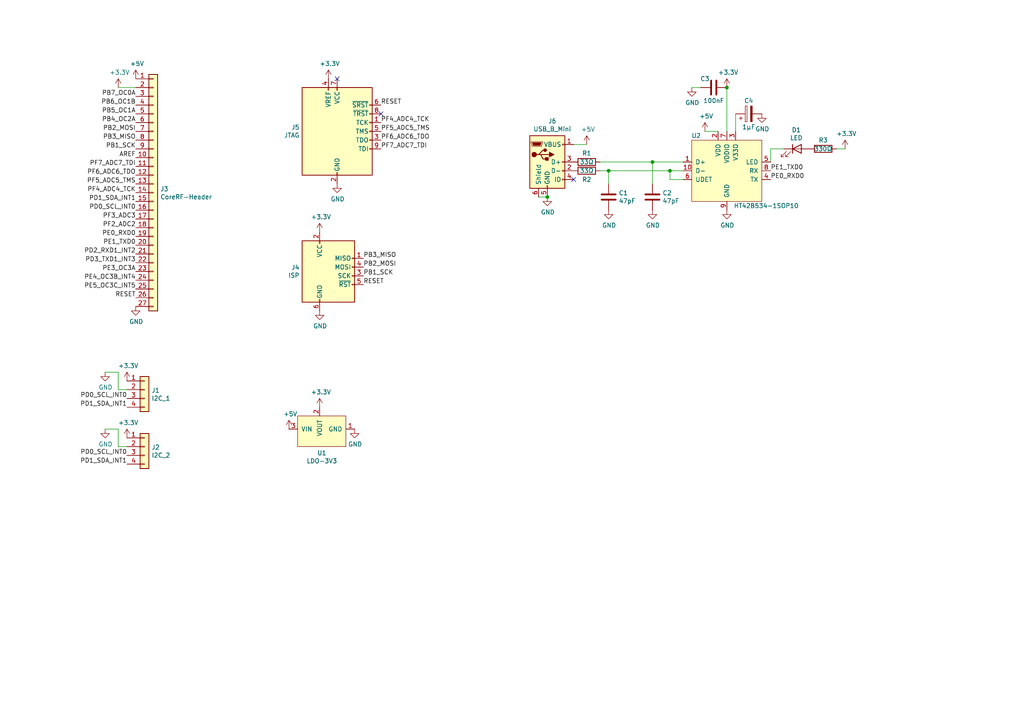
<source format=kicad_sch>
(kicad_sch (version 20230121) (generator eeschema)
  (paper "A4")
  (lib_symbols
    (symbol "Connector:AVR-ISP-6" (pin_names (offset 1.016))
      (property "Reference" "J" (at -6.35 11.43 0))
      (property "Value" "AVR-ISP-6" (at 0 11.43 0))
      (symbol "AVR-ISP-6_0_1"
        (rectangle (start -2.667 -6.858) (end -2.413 -7.62))
        (rectangle (start -2.667 10.16) (end -2.413 9.398))
        (rectangle (start 7.62 -2.413) (end 6.858 -2.667))
        (rectangle (start 7.62 0.127) (end 6.858 -0.127))
        (rectangle (start 7.62 2.667) (end 6.858 2.413))
        (rectangle (start 7.62 5.207) (end 6.858 4.953))
        (rectangle (start 7.62 10.16) (end -7.62 -7.62) (stroke (width 0.254)) (fill (type background)))
      )
      (symbol "AVR-ISP-6_1_1"
        (pin passive line (at 10.16 5.08 180) (length 2.54) (name "MISO") (number "1"))
        (pin passive line (at -2.54 12.7 270) (length 2.54) (name "VCC") (number "2"))
        (pin passive line (at 10.16 0 180) (length 2.54) (name "SCK") (number "3"))
        (pin passive line (at 10.16 2.54 180) (length 2.54) (name "MOSI") (number "4"))
        (pin passive line (at 10.16 -2.54 180) (length 2.54) (name "~{RST}") (number "5"))
        (pin passive line (at -2.54 -10.16 90) (length 2.54) (name "GND") (number "6"))
      )
    )
    (symbol "Connector:AVR-JTAG-10" (pin_names (offset 1.016))
      (property "Reference" "J" (at -8.89 13.97 0))
      (property "Value" "AVR-JTAG-10" (at 1.27 13.97 0))
      (symbol "AVR-JTAG-10_0_1"
        (rectangle (start -2.667 12.7) (end -2.413 11.938))
        (rectangle (start -0.127 -11.938) (end 0.127 -12.7))
        (rectangle (start -0.127 12.7) (end 0.127 11.938))
        (rectangle (start 10.16 -4.953) (end 9.398 -5.207))
        (rectangle (start 10.16 -2.413) (end 9.398 -2.667))
        (rectangle (start 10.16 0.127) (end 9.398 -0.127))
        (rectangle (start 10.16 2.667) (end 9.398 2.413))
        (rectangle (start 10.16 5.207) (end 9.398 4.953))
        (rectangle (start 10.16 7.747) (end 9.398 7.493))
        (rectangle (start 10.16 12.7) (end -10.16 -12.7) (stroke (width 0.254)) (fill (type background)))
      )
      (symbol "AVR-JTAG-10_1_1"
        (pin passive line (at 12.7 2.54 180) (length 2.54) (name "TCK") (number "1"))
        (pin passive line (at 0 -15.24 90) (length 2.54) hide (name "GND") (number "10"))
        (pin passive line (at 0 -15.24 90) (length 2.54) (name "GND") (number "2"))
        (pin passive line (at 12.7 -2.54 180) (length 2.54) (name "TDO") (number "3"))
        (pin passive line (at -2.54 15.24 270) (length 2.54) (name "VREF") (number "4"))
        (pin passive line (at 12.7 0 180) (length 2.54) (name "TMS") (number "5"))
        (pin passive line (at 12.7 7.62 180) (length 2.54) (name "~{SRST}") (number "6"))
        (pin passive line (at 0 15.24 270) (length 2.54) (name "VCC") (number "7"))
        (pin passive line (at 12.7 5.08 180) (length 2.54) (name "~{TRST}") (number "8"))
        (pin passive line (at 12.7 -5.08 180) (length 2.54) (name "TDI") (number "9"))
      )
    )
    (symbol "Connector:USB_B_Mini" (pin_names (offset 1.016))
      (property "Reference" "J" (at -5.08 11.43 0))
      (property "Value" "USB_B_Mini" (at -5.08 8.89 0))
      (symbol "USB_B_Mini_0_1"
        (rectangle (start -5.08 -7.62) (end 5.08 7.62) (stroke (width 0.254)) (fill (type background)))
        (circle (center -3.81 2.159) (radius 0.635) (stroke (width 0.254)) (fill (type outline)))
        (circle (center -0.635 3.429) (radius 0.381) (stroke (width 0.254)) (fill (type outline)))
        (rectangle (start -0.127 -7.62) (end 0.127 -6.858))
        (polyline (pts (xy -1.905 2.159) (xy 0.635 2.159)) (stroke (width 0.254)))
        (polyline (pts (xy -3.175 2.159) (xy -2.54 2.159) (xy -1.27 3.429) (xy -0.635 3.429)) (stroke (width 0.254)))
        (polyline (pts (xy -2.54 2.159) (xy -1.905 2.159) (xy -1.27 0.889) (xy 0 0.889)) (stroke (width 0.254)))
        (polyline (pts (xy 0.635 2.794) (xy 0.635 1.524) (xy 1.905 2.159) (xy 0.635 2.794)) (stroke (width 0.254)) (fill (type outline)))
        (polyline (pts (xy -4.318 5.588) (xy -1.778 5.588) (xy -2.032 4.826) (xy -4.064 4.826) (xy -4.318 5.588)) (fill (type outline)))
        (polyline (pts (xy -4.699 5.842) (xy -4.699 5.588) (xy -4.445 4.826) (xy -4.445 4.572) (xy -1.651 4.572) (xy -1.651 4.826) (xy -1.397 5.588) (xy -1.397 5.842) (xy -4.699 5.842)))
        (rectangle (start 0.254 1.27) (end -0.508 0.508) (stroke (width 0.254)) (fill (type outline)))
        (rectangle (start 5.08 -5.207) (end 4.318 -4.953))
        (rectangle (start 5.08 -2.667) (end 4.318 -2.413))
        (rectangle (start 5.08 -0.127) (end 4.318 0.127))
        (rectangle (start 5.08 4.953) (end 4.318 5.207))
      )
      (symbol "USB_B_Mini_1_1"
        (pin power_out line (at 7.62 5.08 180) (length 2.54) (name "VBUS") (number "1"))
        (pin bidirectional line (at 7.62 -2.54 180) (length 2.54) (name "D-") (number "2"))
        (pin bidirectional line (at 7.62 0 180) (length 2.54) (name "D+") (number "3"))
        (pin passive line (at 7.62 -5.08 180) (length 2.54) (name "ID") (number "4"))
        (pin power_out line (at 0 -10.16 90) (length 2.54) (name "GND") (number "5"))
        (pin passive line (at -2.54 -10.16 90) (length 2.54) (name "Shield") (number "6"))
      )
    )
    (symbol "Connector_Generic:Conn_01x04" (pin_names (offset 1.016) hide)
      (property "Reference" "J" (at 0 5.08 0))
      (property "Value" "Conn_01x04" (at 0 -7.62 0))
      (symbol "Conn_01x04_1_1"
        (rectangle (start -1.27 -4.953) (end 0 -5.207) (stroke (width 0.1524)))
        (rectangle (start -1.27 -2.413) (end 0 -2.667) (stroke (width 0.1524)))
        (rectangle (start -1.27 0.127) (end 0 -0.127) (stroke (width 0.1524)))
        (rectangle (start -1.27 2.667) (end 0 2.413) (stroke (width 0.1524)))
        (rectangle (start -1.27 3.81) (end 1.27 -6.35) (stroke (width 0.254)) (fill (type background)))
        (pin passive line (at -5.08 2.54 0) (length 3.81) (name "Pin_1") (number "1"))
        (pin passive line (at -5.08 0 0) (length 3.81) (name "Pin_2") (number "2"))
        (pin passive line (at -5.08 -2.54 0) (length 3.81) (name "Pin_3") (number "3"))
        (pin passive line (at -5.08 -5.08 0) (length 3.81) (name "Pin_4") (number "4"))
      )
    )
    (symbol "Connector_Generic:Conn_01x27" (pin_names (offset 1.016) hide)
      (property "Reference" "J" (at 0 35.56 0))
      (property "Value" "Conn_01x27" (at 0 -35.56 0))
      (symbol "Conn_01x27_1_1"
        (rectangle (start -1.27 -32.893) (end 0 -33.147) (stroke (width 0.1524)))
        (rectangle (start -1.27 -30.353) (end 0 -30.607) (stroke (width 0.1524)))
        (rectangle (start -1.27 -27.813) (end 0 -28.067) (stroke (width 0.1524)))
        (rectangle (start -1.27 -25.273) (end 0 -25.527) (stroke (width 0.1524)))
        (rectangle (start -1.27 -22.733) (end 0 -22.987) (stroke (width 0.1524)))
        (rectangle (start -1.27 -20.193) (end 0 -20.447) (stroke (width 0.1524)))
        (rectangle (start -1.27 -17.653) (end 0 -17.907) (stroke (width 0.1524)))
        (rectangle (start -1.27 -15.113) (end 0 -15.367) (stroke (width 0.1524)))
        (rectangle (start -1.27 -12.573) (end 0 -12.827) (stroke (width 0.1524)))
        (rectangle (start -1.27 -10.033) (end 0 -10.287) (stroke (width 0.1524)))
        (rectangle (start -1.27 -7.493) (end 0 -7.747) (stroke (width 0.1524)))
        (rectangle (start -1.27 -4.953) (end 0 -5.207) (stroke (width 0.1524)))
        (rectangle (start -1.27 -2.413) (end 0 -2.667) (stroke (width 0.1524)))
        (rectangle (start -1.27 0.127) (end 0 -0.127) (stroke (width 0.1524)))
        (rectangle (start -1.27 2.667) (end 0 2.413) (stroke (width 0.1524)))
        (rectangle (start -1.27 5.207) (end 0 4.953) (stroke (width 0.1524)))
        (rectangle (start -1.27 7.747) (end 0 7.493) (stroke (width 0.1524)))
        (rectangle (start -1.27 10.287) (end 0 10.033) (stroke (width 0.1524)))
        (rectangle (start -1.27 12.827) (end 0 12.573) (stroke (width 0.1524)))
        (rectangle (start -1.27 15.367) (end 0 15.113) (stroke (width 0.1524)))
        (rectangle (start -1.27 17.907) (end 0 17.653) (stroke (width 0.1524)))
        (rectangle (start -1.27 20.447) (end 0 20.193) (stroke (width 0.1524)))
        (rectangle (start -1.27 22.987) (end 0 22.733) (stroke (width 0.1524)))
        (rectangle (start -1.27 25.527) (end 0 25.273) (stroke (width 0.1524)))
        (rectangle (start -1.27 28.067) (end 0 27.813) (stroke (width 0.1524)))
        (rectangle (start -1.27 30.607) (end 0 30.353) (stroke (width 0.1524)))
        (rectangle (start -1.27 33.147) (end 0 32.893) (stroke (width 0.1524)))
        (rectangle (start -1.27 34.29) (end 1.27 -34.29) (stroke (width 0.254)) (fill (type background)))
        (pin passive line (at -5.08 33.02 0) (length 3.81) (name "Pin_1") (number "1"))
        (pin passive line (at -5.08 10.16 0) (length 3.81) (name "Pin_10") (number "10"))
        (pin passive line (at -5.08 7.62 0) (length 3.81) (name "Pin_11") (number "11"))
        (pin passive line (at -5.08 5.08 0) (length 3.81) (name "Pin_12") (number "12"))
        (pin passive line (at -5.08 2.54 0) (length 3.81) (name "Pin_13") (number "13"))
        (pin passive line (at -5.08 0 0) (length 3.81) (name "Pin_14") (number "14"))
        (pin passive line (at -5.08 -2.54 0) (length 3.81) (name "Pin_15") (number "15"))
        (pin passive line (at -5.08 -5.08 0) (length 3.81) (name "Pin_16") (number "16"))
        (pin passive line (at -5.08 -7.62 0) (length 3.81) (name "Pin_17") (number "17"))
        (pin passive line (at -5.08 -10.16 0) (length 3.81) (name "Pin_18") (number "18"))
        (pin passive line (at -5.08 -12.7 0) (length 3.81) (name "Pin_19") (number "19"))
        (pin passive line (at -5.08 30.48 0) (length 3.81) (name "Pin_2") (number "2"))
        (pin passive line (at -5.08 -15.24 0) (length 3.81) (name "Pin_20") (number "20"))
        (pin passive line (at -5.08 -17.78 0) (length 3.81) (name "Pin_21") (number "21"))
        (pin passive line (at -5.08 -20.32 0) (length 3.81) (name "Pin_22") (number "22"))
        (pin passive line (at -5.08 -22.86 0) (length 3.81) (name "Pin_23") (number "23"))
        (pin passive line (at -5.08 -25.4 0) (length 3.81) (name "Pin_24") (number "24"))
        (pin passive line (at -5.08 -27.94 0) (length 3.81) (name "Pin_25") (number "25"))
        (pin passive line (at -5.08 -30.48 0) (length 3.81) (name "Pin_26") (number "26"))
        (pin passive line (at -5.08 -33.02 0) (length 3.81) (name "Pin_27") (number "27"))
        (pin passive line (at -5.08 27.94 0) (length 3.81) (name "Pin_3") (number "3"))
        (pin passive line (at -5.08 25.4 0) (length 3.81) (name "Pin_4") (number "4"))
        (pin passive line (at -5.08 22.86 0) (length 3.81) (name "Pin_5") (number "5"))
        (pin passive line (at -5.08 20.32 0) (length 3.81) (name "Pin_6") (number "6"))
        (pin passive line (at -5.08 17.78 0) (length 3.81) (name "Pin_7") (number "7"))
        (pin passive line (at -5.08 15.24 0) (length 3.81) (name "Pin_8") (number "8"))
        (pin passive line (at -5.08 12.7 0) (length 3.81) (name "Pin_9") (number "9"))
      )
    )
    (symbol "Device:C" (pin_numbers hide) (pin_names (offset 0.254))
      (property "Reference" "C" (at 0.635 2.54 0))
      (property "Value" "C" (at 0.635 -2.54 0))
      (symbol "C_0_1"
        (polyline (pts (xy -2.032 -0.762) (xy 2.032 -0.762)) (stroke (width 0.508)))
        (polyline (pts (xy -2.032 0.762) (xy 2.032 0.762)) (stroke (width 0.508)))
      )
      (symbol "C_1_1"
        (pin passive line (at 0 3.81 270) (length 2.794) (name "~") (number "1"))
        (pin passive line (at 0 -3.81 90) (length 2.794) (name "~") (number "2"))
      )
    )
    (symbol "Device:C_Polarized" (pin_numbers hide) (pin_names (offset 0.254))
      (property "Reference" "C" (at 0.635 2.54 0))
      (property "Value" "C_Polarized" (at 0.635 -2.54 0))
      (symbol "C_Polarized_0_1"
        (rectangle (start -2.286 0.508) (end 2.286 1.016))
        (polyline (pts (xy -1.778 2.286) (xy -0.762 2.286)))
        (polyline (pts (xy -1.27 2.794) (xy -1.27 1.778)))
        (rectangle (start 2.286 -0.508) (end -2.286 -1.016) (fill (type outline)))
      )
      (symbol "C_Polarized_1_1"
        (pin passive line (at 0 3.81 270) (length 2.794) (name "~") (number "1"))
        (pin passive line (at 0 -3.81 90) (length 2.794) (name "~") (number "2"))
      )
    )
    (symbol "Device:LED" (pin_numbers hide) (pin_names (offset 1.016) hide)
      (property "Reference" "D" (at 0 2.54 0))
      (property "Value" "LED" (at 0 -2.54 0))
      (symbol "LED_0_1"
        (polyline (pts (xy -1.27 -1.27) (xy -1.27 1.27)) (stroke (width 0.254)))
        (polyline (pts (xy -1.27 0) (xy 1.27 0)))
        (polyline (pts (xy 1.27 -1.27) (xy 1.27 1.27) (xy -1.27 0) (xy 1.27 -1.27)) (stroke (width 0.254)))
        (polyline (pts (xy -3.048 -0.762) (xy -4.572 -2.286) (xy -3.81 -2.286) (xy -4.572 -2.286) (xy -4.572 -1.524)))
        (polyline (pts (xy -1.778 -0.762) (xy -3.302 -2.286) (xy -2.54 -2.286) (xy -3.302 -2.286) (xy -3.302 -1.524)))
      )
      (symbol "LED_1_1"
        (pin passive line (at -3.81 0 0) (length 2.54) (name "K") (number "1"))
        (pin passive line (at 3.81 0 180) (length 2.54) (name "A") (number "2"))
      )
    )
    (symbol "Device:R" (pin_numbers hide) (pin_names (offset 0))
      (property "Reference" "R" (at 2.032 0 90))
      (property "Value" "R" (at 0 0 90))
      (symbol "R_0_1"
        (rectangle (start -1.016 -2.54) (end 1.016 2.54) (stroke (width 0.254)))
      )
      (symbol "R_1_1"
        (pin passive line (at 0 3.81 270) (length 1.27) (name "~") (number "1"))
        (pin passive line (at 0 -3.81 90) (length 1.27) (name "~") (number "2"))
      )
    )
    (symbol "boards:HT42B534-1SOP10" (pin_names (offset 1.016))
      (property "Reference" "U" (at -8.89 10.16 0))
      (property "Value" "HT42B534-1SOP10" (at 11.43 -10.16 0))
      (symbol "HT42B534-1SOP10_0_1"
        (rectangle (start -10.16 8.89) (end 10.16 -8.89) (fill (type background)))
      )
      (symbol "HT42B534-1SOP10_1_1"
        (pin bidirectional line (at -12.7 2.54 0) (length 2.54) (name "D+") (number "1"))
        (pin bidirectional line (at -12.7 0 0) (length 2.54) (name "D-") (number "10"))
        (pin power_in line (at -2.54 11.43 270) (length 2.54) (name "VDD") (number "2"))
        (pin power_out line (at 2.54 11.43 270) (length 2.54) (name "V33O") (number "3"))
        (pin output line (at 12.7 -2.54 180) (length 2.54) (name "TX") (number "4"))
        (pin open_collector line (at 12.7 2.54 180) (length 2.54) (name "LED") (number "5"))
        (pin input line (at -12.7 -2.54 0) (length 2.54) (name "UDET") (number "6"))
        (pin power_in line (at 0 11.43 270) (length 2.54) (name "VDDIO") (number "7"))
        (pin input line (at 12.7 0 180) (length 2.54) (name "RX") (number "8"))
        (pin power_in line (at 0 -11.43 90) (length 2.54) (name "GND") (number "9"))
      )
    )
    (symbol "boards:LDO-3V3" (pin_names (offset 1.016))
      (property "Reference" "U" (at -12.7 3.81 0))
      (property "Value" "LDO-3V3" (at -3.81 3.81 0))
      (symbol "LDO-3V3_0_1"
        (rectangle (start -13.97 2.54) (end 0 -6.35) (fill (type background)))
      )
      (symbol "LDO-3V3_1_1"
        (pin power_in line (at -16.51 -2.54 0) (length 2.54) (name "GND") (number "1"))
        (pin power_out line (at -6.35 -8.89 90) (length 2.54) (name "VOUT") (number "2"))
        (pin power_in line (at 2.54 -2.54 180) (length 2.54) (name "VIN") (number "3"))
      )
    )
    (symbol "power:+3.3V" (power) (pin_names (offset 0))
      (property "Value" "+3.3V" (at 0 3.556 0))
      (symbol "+3.3V_0_1"
        (polyline (pts (xy -0.762 1.27) (xy 0 2.54)))
        (polyline (pts (xy 0 0) (xy 0 2.54)))
        (polyline (pts (xy 0 2.54) (xy 0.762 1.27)))
      )
      (symbol "+3.3V_1_1"
        (pin power_in line (at 0 0 90) (length 0) hide (name "+3.3V") (number "1"))
      )
    )
    (symbol "power:+5V" (power) (pin_names (offset 0))
      (property "Value" "+5V" (at 0 3.556 0))
      (symbol "+5V_0_1"
        (polyline (pts (xy -0.762 1.27) (xy 0 2.54)))
        (polyline (pts (xy 0 0) (xy 0 2.54)))
        (polyline (pts (xy 0 2.54) (xy 0.762 1.27)))
      )
      (symbol "+5V_1_1"
        (pin power_in line (at 0 0 90) (length 0) hide (name "+5V") (number "1"))
      )
    )
    (symbol "power:GND" (power) (pin_names (offset 0))
      (property "Value" "GND" (at 0 -3.81 0))
      (symbol "GND_0_1"
        (polyline (pts (xy 0 0) (xy 0 -1.27) (xy 1.27 -1.27) (xy 0 -2.54) (xy -1.27 -1.27) (xy 0 -1.27)))
      )
      (symbol "GND_1_1"
        (pin power_in line (at 0 0 270) (length 0) hide (name "GND") (number "1"))
      )
    )
  )
  (junction (at 210.82 25.4))
  (junction (at 176.53 49.53))
  (junction (at 189.23 46.99))
  (junction (at 158.75 57.15))
  (junction (at 194.31 49.53))
  (no_connect (at 97.79 22.86))
  (no_connect (at 110.49 33.02))
  (no_connect (at 166.37 52.07))
  (wire (pts (xy 166.37 41.91) (xy 170.18 41.91)))
  (wire (pts (xy 204.47 38.1) (xy 208.28 38.1)))
  (wire (pts (xy 189.23 46.99) (xy 173.99 46.99)))
  (wire (pts (xy 34.29 129.54) (xy 36.83 129.54)))
  (wire (pts (xy 30.48 107.95) (xy 34.29 107.95)))
  (wire (pts (xy 34.29 25.4) (xy 39.37 25.4)))
  (wire (pts (xy 200.66 25.4) (xy 203.2 25.4)))
  (wire (pts (xy 194.31 52.07) (xy 194.31 49.53)))
  (wire (pts (xy 227.33 43.18) (xy 223.52 43.18)))
  (wire (pts (xy 245.11 43.18) (xy 242.57 43.18)))
  (wire (pts (xy 198.12 46.99) (xy 189.23 46.99)))
  (wire (pts (xy 30.48 124.46) (xy 34.29 124.46)))
  (wire (pts (xy 176.53 49.53) (xy 176.53 53.34)))
  (wire (pts (xy 34.29 107.95) (xy 34.29 113.03)))
  (wire (pts (xy 213.36 33.02) (xy 213.36 38.1)))
  (wire (pts (xy 34.29 124.46) (xy 34.29 129.54)))
  (wire (pts (xy 189.23 53.34) (xy 189.23 46.99)))
  (wire (pts (xy 198.12 49.53) (xy 194.31 49.53)))
  (wire (pts (xy 34.29 113.03) (xy 36.83 113.03)))
  (wire (pts (xy 176.53 49.53) (xy 173.99 49.53)))
  (wire (pts (xy 158.75 57.15) (xy 156.21 57.15)))
  (wire (pts (xy 210.82 38.1) (xy 210.82 25.4)))
  (wire (pts (xy 194.31 49.53) (xy 176.53 49.53)))
  (wire (pts (xy 223.52 43.18) (xy 223.52 46.99)))
  (wire (pts (xy 198.12 52.07) (xy 194.31 52.07)))
  (label "PF6_ADC6_TDO" (at 39.37 50.8 180))
  (label "PB7_OC0A" (at 39.37 27.94 180))
  (label "PB4_OC2A" (at 39.37 35.56 180))
  (label "PD1_SDA_INT1" (at 36.83 134.62 180))
  (label "PE3_OC3A" (at 39.37 78.74 180))
  (label "RESET" (at 39.37 86.36 180))
  (label "PD0_SCL_INT0" (at 36.83 132.08 180))
  (label "PF4_ADC4_TCK" (at 110.49 35.56 0))
  (label "PF7_ADC7_TDI" (at 39.37 48.26 180))
  (label "PD1_SDA_INT1" (at 39.37 58.42 180))
  (label "RESET" (at 110.49 30.48 0))
  (label "PB3_MISO" (at 39.37 40.64 180))
  (label "PD0_SCL_INT0" (at 39.37 60.96 180))
  (label "PB2_MOSI" (at 39.37 38.1 180))
  (label "PD1_SDA_INT1" (at 36.83 118.11 180))
  (label "PB1_SCK" (at 105.41 80.01 0))
  (label "PE0_RXD0" (at 39.37 68.58 180))
  (label "PF4_ADC4_TCK" (at 39.37 55.88 180))
  (label "PD0_SCL_INT0" (at 36.83 115.57 180))
  (label "PB3_MISO" (at 105.41 74.93 0))
  (label "PF7_ADC7_TDI" (at 110.49 43.18 0))
  (label "PE1_TXD0" (at 223.52 49.53 0))
  (label "PB6_OC1B" (at 39.37 30.48 180))
  (label "PB2_MOSI" (at 105.41 77.47 0))
  (label "PD2_RXD1_INT2" (at 39.37 73.66 180))
  (label "PF5_ADC5_TMS" (at 39.37 53.34 180))
  (label "PE5_OC3C_INT5" (at 39.37 83.82 180))
  (label "PB5_OC1A" (at 39.37 33.02 180))
  (label "PF3_ADC3" (at 39.37 63.5 180))
  (label "PE4_OC3B_INT4" (at 39.37 81.28 180))
  (label "PD3_TXD1_INT3" (at 39.37 76.2 180))
  (label "RESET" (at 105.41 82.55 0))
  (label "PF6_ADC6_TDO" (at 110.49 40.64 0))
  (label "PE1_TXD0" (at 39.37 71.12 180))
  (label "PB1_SCK" (at 39.37 43.18 180))
  (label "PF5_ADC5_TMS" (at 110.49 38.1 0))
  (label "PF2_ADC2" (at 39.37 66.04 180))
  (label "PE0_RXD0" (at 223.52 52.07 0))
  (label "AREF" (at 39.37 45.72 180))
  (symbol (lib_id "power:+5V") (at 39.37 22.86 0) (unit 1)
    (property "Reference" "#PWR06" (effects hide))
    (property "Value" "+5V" (at 39.751 18.4658 0))
  )
  (symbol (lib_id "power:GND") (at 39.37 88.9 0) (unit 1)
    (property "Reference" "#PWR07" (effects hide))
    (property "Value" "GND" (at 39.497 93.2942 0))
  )
  (symbol (lib_id "Connector:AVR-JTAG-10") (at 97.79 38.1 0) (unit 1)
    (property "Reference" "J5" (at 86.8934 36.9316 0) (effects (justify right)))
    (property "Value" "JTAG" (at 86.8934 39.243 0) (effects (justify right)))
    (property "Footprint" "Connector_PinHeader_2.54mm:PinHeader_2x05_P2.54mm_Vertical" (effects hide))
    (property "Datasheet" " ~" (effects hide))
  )
  (symbol (lib_id "power:GND") (at 97.79 53.34 0) (unit 1)
    (property "Reference" "#PWR013" (effects hide))
    (property "Value" "GND" (at 97.917 57.7342 0))
  )
  (symbol (lib_id "Connector:AVR-ISP-6") (at 95.25 80.01 0) (unit 1)
    (property "Reference" "J4" (at 86.8934 77.5716 0) (effects (justify right)))
    (property "Value" "ISP" (at 86.8934 79.883 0) (effects (justify right)))
    (property "Footprint" "Connector_PinHeader_2.54mm:PinHeader_2x03_P2.54mm_Vertical" (effects hide))
    (property "Datasheet" " ~" (effects hide))
  )
  (symbol (lib_id "power:GND") (at 92.71 90.17 0) (unit 1)
    (property "Reference" "#PWR010" (effects hide))
    (property "Value" "GND" (at 92.837 94.5642 0))
  )
  (symbol (lib_id "Connector_Generic:Conn_01x04") (at 41.91 113.03 0) (unit 1)
    (property "Reference" "J1" (at 43.942 113.2332 0) (effects (justify left)))
    (property "Value" "I2C_1" (at 43.942 115.5446 0) (effects (justify left)))
    (property "Footprint" "Connector_PinSocket_2.54mm:PinSocket_1x04_P2.54mm_Vertical" (effects hide))
  )
  (symbol (lib_id "power:GND") (at 30.48 107.95 0) (unit 1)
    (property "Reference" "#PWR01" (effects hide))
    (property "Value" "GND" (at 30.607 112.3442 0))
  )
  (symbol (lib_id "Connector_Generic:Conn_01x04") (at 41.91 129.54 0) (unit 1)
    (property "Reference" "J2" (at 43.942 129.7432 0) (effects (justify left)))
    (property "Value" "I2C_2" (at 43.942 132.0546 0) (effects (justify left)))
    (property "Footprint" "Connector_PinSocket_2.54mm:PinSocket_1x04_P2.54mm_Vertical" (effects hide))
  )
  (symbol (lib_id "power:GND") (at 30.48 124.46 0) (unit 1)
    (property "Reference" "#PWR02" (effects hide))
    (property "Value" "GND" (at 30.607 128.8542 0))
  )
  (symbol (lib_id "boards:LDO-3V3") (at 86.36 127 180) (unit 1)
    (property "Reference" "U1" (at 93.345 131.3942 0))
    (property "Value" "LDO-3V3" (at 93.345 133.7056 0))
    (property "Footprint" "boards:LDO-3V3" (effects hide))
  )
  (symbol (lib_id "power:GND") (at 102.87 124.46 0) (unit 1)
    (property "Reference" "#PWR014" (effects hide))
    (property "Value" "GND" (at 102.997 128.8542 0))
  )
  (symbol (lib_id "power:+5V") (at 83.82 124.46 0) (unit 1)
    (property "Reference" "#PWR08" (effects hide))
    (property "Value" "+5V" (at 84.201 120.0658 0))
  )
  (symbol (lib_id "power:+3.3V") (at 92.71 118.11 0) (unit 1)
    (property "Reference" "#PWR011" (effects hide))
    (property "Value" "+3.3V" (at 93.091 113.7158 0))
  )
  (symbol (lib_id "power:+3.3V") (at 36.83 127 0) (unit 1)
    (property "Reference" "#PWR05" (effects hide))
    (property "Value" "+3.3V" (at 37.211 122.6058 0))
  )
  (symbol (lib_id "power:+3.3V") (at 36.83 110.49 0) (unit 1)
    (property "Reference" "#PWR04" (effects hide))
    (property "Value" "+3.3V" (at 37.211 106.0958 0))
  )
  (symbol (lib_id "power:+3.3V") (at 34.29 25.4 0) (unit 1)
    (property "Reference" "#PWR03" (effects hide))
    (property "Value" "+3.3V" (at 34.671 21.0058 0))
  )
  (symbol (lib_id "boards:HT42B534-1SOP10") (at 210.82 49.53 0) (unit 1)
    (property "Reference" "U2" (at 201.93 39.37 0))
    (property "Value" "HT42B534-1SOP10" (at 222.25 59.69 0))
    (property "Footprint" "boards:HT42B534-1SOP10" (effects hide))
  )
  (symbol (lib_id "Connector:USB_B_Mini") (at 158.75 46.99 0) (unit 1)
    (property "Reference" "J6" (at 160.1978 35.1282 0))
    (property "Value" "USB_B_Mini" (at 160.1978 37.4396 0))
    (property "Footprint" "boards:USB_Mini-B-Through-Hole" (effects hide))
  )
  (symbol (lib_id "Device:R") (at 170.18 46.99 270) (unit 1)
    (property "Reference" "R1" (at 170.18 44.45 90))
    (property "Value" "33Ω" (at 170.18 46.99 90))
    (property "Footprint" "Resistor_THT:R_Axial_DIN0207_L6.3mm_D2.5mm_P2.54mm_Vertical" (effects hide))
  )
  (symbol (lib_id "Device:R") (at 170.18 49.53 90) (unit 1)
    (property "Reference" "R2" (at 170.18 52.07 90))
    (property "Value" "33Ω" (at 170.18 49.53 90))
    (property "Footprint" "Resistor_THT:R_Axial_DIN0207_L6.3mm_D2.5mm_P2.54mm_Vertical" (effects hide))
  )
  (symbol (lib_id "power:GND") (at 158.75 57.15 0) (unit 1)
    (property "Reference" "#PWR015" (effects hide))
    (property "Value" "GND" (at 158.877 61.5442 0))
  )
  (symbol (lib_id "power:+5V") (at 170.18 41.91 0) (unit 1)
    (property "Reference" "#PWR016" (effects hide))
    (property "Value" "+5V" (at 170.561 37.5158 0))
  )
  (symbol (lib_id "power:+5V") (at 204.47 38.1 0) (unit 1)
    (property "Reference" "#PWR020" (effects hide))
    (property "Value" "+5V" (at 204.851 33.7058 0))
  )
  (symbol (lib_id "power:+3.3V") (at 210.82 25.4 0) (unit 1)
    (property "Reference" "#PWR019" (effects hide))
    (property "Value" "+3.3V" (at 211.201 21.0058 0))
  )
  (symbol (lib_id "Device:C") (at 207.01 25.4 270) (unit 1)
    (property "Reference" "C3" (at 204.47 22.86 90))
    (property "Value" "100nF" (at 207.01 29.21 90))
    (property "Footprint" "Capacitor_THT:C_Disc_D4.3mm_W1.9mm_P5.00mm" (effects hide))
  )
  (symbol (lib_id "Device:C_Polarized") (at 217.17 33.02 90) (unit 1)
    (property "Reference" "C4" (at 217.17 29.21 90))
    (property "Value" "1µF" (at 217.17 36.83 90))
    (property "Footprint" "boards:electrolytic_capacitor_10uf" (effects hide))
  )
  (symbol (lib_id "power:GND") (at 220.98 33.02 0) (unit 1)
    (property "Reference" "#PWR022" (effects hide))
    (property "Value" "GND" (at 221.107 37.4142 0))
  )
  (symbol (lib_id "Device:C") (at 176.53 57.15 0) (unit 1)
    (property "Reference" "C1" (at 179.451 55.9816 0) (effects (justify left)))
    (property "Value" "47pF" (at 179.451 58.293 0) (effects (justify left)))
    (property "Footprint" "Capacitor_THT:C_Disc_D4.3mm_W1.9mm_P5.00mm" (effects hide))
  )
  (symbol (lib_id "Device:C") (at 189.23 57.15 0) (unit 1)
    (property "Reference" "C2" (at 192.151 55.9816 0) (effects (justify left)))
    (property "Value" "47pF" (at 192.151 58.293 0) (effects (justify left)))
    (property "Footprint" "Capacitor_THT:C_Disc_D4.3mm_W1.9mm_P5.00mm" (effects hide))
  )
  (symbol (lib_id "power:GND") (at 176.53 60.96 0) (unit 1)
    (property "Reference" "#PWR017" (effects hide))
    (property "Value" "GND" (at 176.657 65.3542 0))
  )
  (symbol (lib_id "power:GND") (at 189.23 60.96 0) (unit 1)
    (property "Reference" "#PWR018" (effects hide))
    (property "Value" "GND" (at 189.357 65.3542 0))
  )
  (symbol (lib_id "Device:LED") (at 231.14 43.18 0) (unit 1)
    (property "Reference" "D1" (at 230.9622 37.6936 0))
    (property "Value" "LED" (at 230.9622 40.005 0))
    (property "Footprint" "LED_THT:LED_D3.0mm" (effects hide))
  )
  (symbol (lib_id "Device:R") (at 238.76 43.18 270) (unit 1)
    (property "Reference" "R3" (at 238.76 40.64 90))
    (property "Value" "330Ω" (at 238.76 43.18 90))
    (property "Footprint" "Resistor_THT:R_Axial_DIN0207_L6.3mm_D2.5mm_P2.54mm_Vertical" (effects hide))
  )
  (symbol (lib_id "power:+3.3V") (at 245.11 43.18 0) (unit 1)
    (property "Reference" "#PWR023" (effects hide))
    (property "Value" "+3.3V" (at 245.491 38.7858 0))
  )
  (symbol (lib_id "power:GND") (at 210.82 60.96 0) (unit 1)
    (property "Reference" "#PWR021" (effects hide))
    (property "Value" "GND" (at 210.947 65.3542 0))
  )
  (symbol (lib_id "Connector_Generic:Conn_01x27") (at 44.45 55.88 0) (unit 1)
    (property "Reference" "J3" (at 46.482 54.8132 0) (effects (justify left)))
    (property "Value" "CoreRF-Header" (at 46.482 57.1246 0) (effects (justify left)))
    (property "Footprint" "boards:CoreRF-Header" (effects hide))
  )
  (symbol (lib_id "power:+3.3V") (at 95.25 22.86 0) (unit 1)
    (property "Reference" "#PWR0101" (effects hide))
    (property "Value" "+3.3V" (at 95.631 18.4658 0))
  )
  (symbol (lib_id "power:+3.3V") (at 92.71 67.31 0) (unit 1)
    (property "Reference" "#PWR0102" (effects hide))
    (property "Value" "+3.3V" (at 93.091 62.9158 0))
  )
  (symbol (lib_id "power:GND") (at 200.66 25.4 0) (unit 1)
    (property "Reference" "#PWR0103" (effects hide))
    (property "Value" "GND" (at 200.787 29.7942 0))
  )
)
</source>
